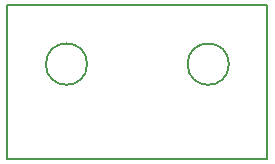
<source format=gm1>
G04 #@! TF.GenerationSoftware,KiCad,Pcbnew,(5.1.7)-1*
G04 #@! TF.CreationDate,2022-09-30T23:46:52+02:00*
G04 #@! TF.ProjectId,Endstufe-Kopplung,456e6473-7475-4666-952d-4b6f70706c75,rev?*
G04 #@! TF.SameCoordinates,Original*
G04 #@! TF.FileFunction,Profile,NP*
%FSLAX46Y46*%
G04 Gerber Fmt 4.6, Leading zero omitted, Abs format (unit mm)*
G04 Created by KiCad (PCBNEW (5.1.7)-1) date 2022-09-30 23:46:52*
%MOMM*%
%LPD*%
G01*
G04 APERTURE LIST*
G04 #@! TA.AperFunction,Profile*
%ADD10C,0.150000*%
G04 #@! TD*
G04 APERTURE END LIST*
D10*
X34500000Y-25550000D02*
X12500000Y-25550000D01*
X34500000Y-25550000D02*
X34500000Y-12500000D01*
X34500000Y-12500000D02*
X12500000Y-12500000D01*
X12500000Y-25550000D02*
X12500000Y-12500000D01*
X31250000Y-17500000D02*
G75*
G03*
X31250000Y-17500000I-1750000J0D01*
G01*
X19250000Y-17500000D02*
G75*
G03*
X19250000Y-17500000I-1750000J0D01*
G01*
M02*

</source>
